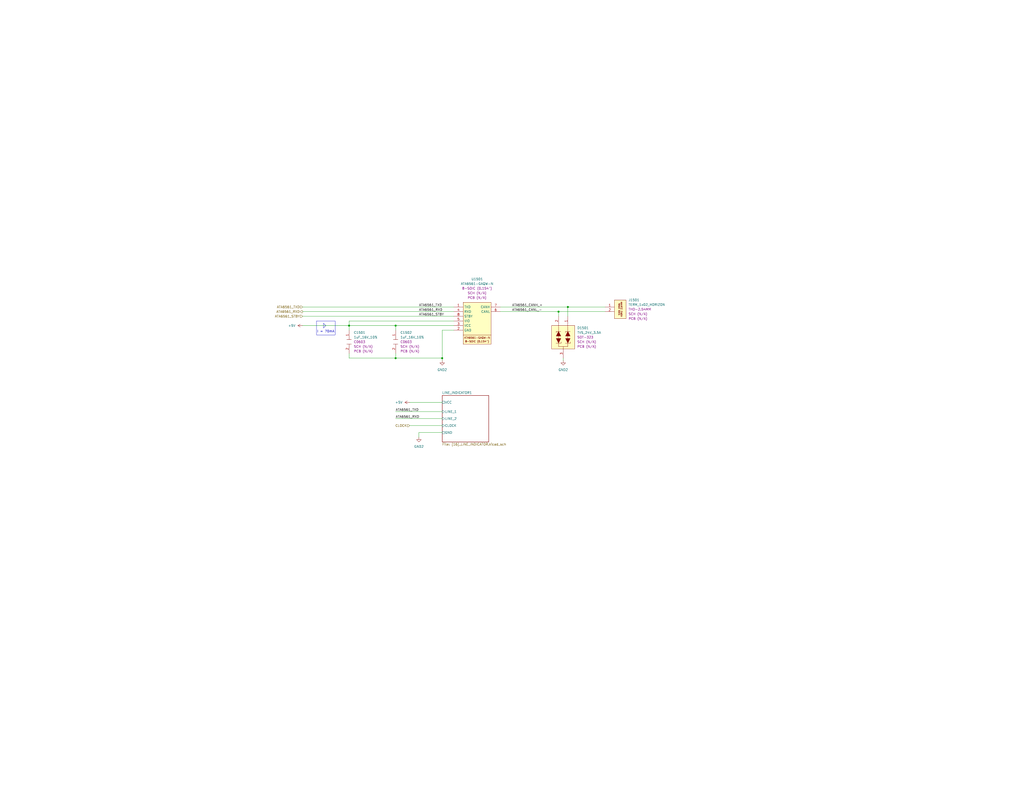
<source format=kicad_sch>
(kicad_sch (version 20231120) (generator "eeschema") (generator_version "8.0")
  (paper "C")
  (title_block (comment 2 "RELEASED"))
  (lib_symbols
    (symbol "_SCHLIB_ESP32-IsoLink:CAP_MLCC_1uF_16V_10%_X7R_C0603" (exclude_from_sim yes)
      (property "Reference" "C" (at 2.794 3.81 0))
      (property "Value" "1uF_16V_10%" (at 2.794 6.096 0))
      (property "Package" "C0603" (at 2.794 11.43 0))
      (property "SCH CHECK" "SCH (N/A)" (at 2.794 16.256 0))
      (property "PCB CHECk" "PCB (N/A)" (at 2.794 19.05 0))
      (symbol "CAP_MLCC_1uF_16V_10%_X7R_C0603_0_1"
        (polyline private (pts (xy 2.54 2.54) (xy 27.94 2.54)))
        (polyline private (pts (xy 2.54 5.08) (xy 27.94 5.08)))
        (polyline private (pts (xy 2.54 7.62) (xy 27.94 7.62)))
        (polyline private (pts (xy 2.54 10.16) (xy 27.94 10.16)))
        (polyline private (pts (xy 2.54 12.7) (xy 27.94 12.7)))
        (polyline private (pts (xy 2.54 15.24) (xy 27.94 15.24)))
        (polyline private (pts (xy 2.54 17.78) (xy 27.94 17.78)))
        (polyline private (pts (xy 2.54 20.32) (xy 27.94 20.32)))
        (polyline private (pts (xy 2.54 22.86) (xy 27.94 22.86)))
        (polyline private (pts (xy 2.54 25.4) (xy 27.94 25.4)))
        (polyline private (pts (xy 2.54 27.94) (xy 27.94 27.94)))
        (polyline private (pts (xy 2.54 30.48) (xy 27.94 30.48)))
        (polyline private (pts (xy 2.54 33.02) (xy 27.94 33.02)))
        (polyline private (pts (xy 2.54 35.56) (xy 27.94 35.56)))
        (polyline private (pts (xy 2.54 38.1) (xy 27.94 38.1)))
        (polyline private (pts (xy 2.54 40.64) (xy 27.94 40.64)))
        (polyline private (pts (xy 2.54 43.18) (xy 27.94 43.18)))
        (polyline private (pts (xy 2.54 45.72) (xy 27.94 45.72)))
        (polyline private (pts (xy 2.54 48.26) (xy 27.94 48.26)))
        (polyline private (pts (xy 2.54 50.8) (xy 27.94 50.8)))
        (polyline (pts (xy 5.08 1.27) (xy 5.08 -1.27)))
        (polyline (pts (xy 7.62 1.27) (xy 7.62 -1.27)))
      )
      (symbol "CAP_MLCC_1uF_16V_10%_X7R_C0603_1_1"
        (pin passive line (at 0 0 0) (length 5.08) (name "") (number "1"))
        (pin passive line (at 12.7 0 180) (length 5.08) (name "") (number "2"))
      )
    )
    (symbol "_SCHLIB_ESP32-IsoLink:CONN_TERM BLK_1x2_150V_6A_HORIZON_THD-2.54MM" (exclude_from_sim yes)
      (property "Reference" "J" (at 2.794 3.81 0))
      (property "Value" "TERM_1x02_HORIZON" (at 2.794 6.096 0))
      (property "Package" "THD-2.54MM" (at 2.794 11.43 0))
      (property "SCH CHECK" "SCH (N/A)" (at 2.794 16.256 0))
      (property "PCB CHECk" "PCB (N/A)" (at 2.794 19.05 0))
      (symbol "CONN_TERM BLK_1x2_150V_6A_HORIZON_THD-2.54MM_0_1"
        (polyline private (pts (xy 2.54 2.54) (xy 27.94 2.54)))
        (polyline private (pts (xy 2.54 5.08) (xy 27.94 5.08)))
        (polyline private (pts (xy 2.54 7.62) (xy 27.94 7.62)))
        (polyline private (pts (xy 2.54 10.16) (xy 27.94 10.16)))
        (polyline private (pts (xy 2.54 12.7) (xy 27.94 12.7)))
        (polyline private (pts (xy 2.54 15.24) (xy 27.94 15.24)))
        (polyline private (pts (xy 2.54 17.78) (xy 27.94 17.78)))
        (polyline private (pts (xy 2.54 20.32) (xy 27.94 20.32)))
        (polyline private (pts (xy 2.54 22.86) (xy 27.94 22.86)))
        (polyline private (pts (xy 2.54 25.4) (xy 27.94 25.4)))
        (polyline private (pts (xy 2.54 27.94) (xy 27.94 27.94)))
        (polyline private (pts (xy 2.54 30.48) (xy 27.94 30.48)))
        (polyline private (pts (xy 2.54 33.02) (xy 27.94 33.02)))
        (polyline private (pts (xy 2.54 35.56) (xy 27.94 35.56)))
        (polyline private (pts (xy 2.54 38.1) (xy 27.94 38.1)))
        (polyline private (pts (xy 2.54 40.64) (xy 27.94 40.64)))
        (polyline private (pts (xy 2.54 43.18) (xy 27.94 43.18)))
        (polyline private (pts (xy 2.54 45.72) (xy 27.94 45.72)))
        (polyline private (pts (xy 2.54 48.26) (xy 27.94 48.26)))
        (polyline private (pts (xy 2.54 50.8) (xy 27.94 50.8)))
      )
      (symbol "CONN_TERM BLK_1x2_150V_6A_HORIZON_THD-2.54MM_1_1"
        (rectangle (start 0 0) (end 6.35 -10.16) (fill (type background)))
        (text "TERM 2POS\nHORIZ 2.54MM" (at 3.302 -5.08 900) (effects (font (size 0.762 0.762))))
        (pin passive line (at -5.08 -3.81 0) (length 5.08) (name "") (number "1"))
        (pin passive line (at -5.08 -6.35 0) (length 5.08) (name "") (number "2"))
      )
    )
    (symbol "_SCHLIB_ESP32-IsoLink:DIODE_TVS_PESD2IVN24-UX_24V_25.5V_3.5A(8/20us)_SOT-323" (exclude_from_sim yes)
      (property "Reference" "D" (at 2.794 3.81 0))
      (property "Value" "TVS_24V_3.5A" (at 2.794 6.096 0))
      (property "Package" "SOT-323" (at 2.794 11.43 0))
      (property "SCH CHECK" "SCH (N/A)" (at 2.794 16.256 0))
      (property "PCB CHECk" "PCB (N/A)" (at 2.794 19.05 0))
      (symbol "DIODE_TVS_PESD2IVN24-UX_24V_25.5V_3.5A(8/20us)_SOT-323_0_1"
        (polyline private (pts (xy 2.54 2.54) (xy 27.94 2.54)))
        (polyline private (pts (xy 2.54 5.08) (xy 27.94 5.08)))
        (polyline private (pts (xy 2.54 7.62) (xy 27.94 7.62)))
        (polyline private (pts (xy 2.54 10.16) (xy 27.94 10.16)))
        (polyline private (pts (xy 2.54 12.7) (xy 27.94 12.7)))
        (polyline private (pts (xy 2.54 15.24) (xy 27.94 15.24)))
        (polyline private (pts (xy 2.54 17.78) (xy 27.94 17.78)))
        (polyline private (pts (xy 2.54 20.32) (xy 27.94 20.32)))
        (polyline private (pts (xy 2.54 22.86) (xy 27.94 22.86)))
        (polyline private (pts (xy 2.54 25.4) (xy 27.94 25.4)))
        (polyline private (pts (xy 2.54 27.94) (xy 27.94 27.94)))
        (polyline private (pts (xy 2.54 30.48) (xy 27.94 30.48)))
        (polyline private (pts (xy 2.54 33.02) (xy 27.94 33.02)))
        (polyline private (pts (xy 2.54 35.56) (xy 27.94 35.56)))
        (polyline private (pts (xy 2.54 38.1) (xy 27.94 38.1)))
        (polyline private (pts (xy 2.54 40.64) (xy 27.94 40.64)))
        (polyline private (pts (xy 2.54 43.18) (xy 27.94 43.18)))
        (polyline private (pts (xy 2.54 45.72) (xy 27.94 45.72)))
        (polyline private (pts (xy 2.54 48.26) (xy 27.94 48.26)))
        (polyline private (pts (xy 2.54 50.8) (xy 27.94 50.8)))
      )
      (symbol "DIODE_TVS_PESD2IVN24-UX_24V_25.5V_3.5A(8/20us)_SOT-323_1_1"
        (polyline (pts (xy 3.175 -8.89) (xy 0 -8.89)))
        (polyline (pts (xy 3.175 -3.81) (xy 0 -3.81)))
        (polyline (pts (xy 5.715 -8.89) (xy 6.985 -8.89)))
        (polyline (pts (xy 5.715 -3.81) (xy 6.985 -3.81)))
        (polyline (pts (xy 11.43 -6.35) (xy 12.7 -6.35)))
        (polyline (pts (xy 3.175 -7.62) (xy 3.175 -10.16) (xy 3.81 -10.16)))
        (polyline (pts (xy 3.175 -2.54) (xy 3.175 -5.08) (xy 3.81 -5.08)))
        (polyline (pts (xy 9.652 -10.287) (xy 9.652 -7.493) (xy 8.89 -7.493)))
        (polyline (pts (xy 9.652 -5.207) (xy 9.652 -2.413) (xy 8.89 -2.413)))
        (polyline (pts (xy 5.715 -10.16) (xy 5.715 -7.62) (xy 3.175 -8.89) (xy 5.715 -10.16)) (fill (type outline)))
        (polyline (pts (xy 5.715 -5.08) (xy 5.715 -2.54) (xy 3.175 -3.81) (xy 5.715 -5.08)) (fill (type outline)))
        (polyline (pts (xy 6.985 -7.62) (xy 6.985 -10.16) (xy 9.525 -8.89) (xy 6.985 -7.62)) (fill (type outline)))
        (polyline (pts (xy 6.985 -2.54) (xy 6.985 -5.08) (xy 9.525 -3.81) (xy 6.985 -2.54)) (fill (type outline)))
        (polyline (pts (xy 9.525 -3.81) (xy 11.43 -3.81) (xy 11.43 -8.89) (xy 9.525 -8.89)))
        (rectangle (start 0 0) (end 12.7 -12.7) (fill (type background)))
        (pin passive line (at -5.08 -3.81 0) (length 5.08) (name "") (number "1"))
        (pin passive line (at -5.08 -8.89 0) (length 5.08) (name "") (number "2"))
        (pin passive line (at 17.78 -6.35 180) (length 5.08) (name "") (number "3"))
      )
    )
    (symbol "_SCHLIB_ESP32-IsoLink:IC_Transceiver_ATA6561-GAQW-N_Half-Duplex_1{colon}1_CANBus_8-SOIC (0.154{dblquote})" (exclude_from_sim yes)
      (property "Reference" "U" (at 2.794 3.81 0))
      (property "Value" "ATA6561-GAQW-N" (at 2.794 6.096 0))
      (property "Package" "8-SOIC (0.154\")" (at 2.794 11.43 0))
      (property "SCH CHECK" "SCH (N/A)" (at 2.794 16.256 0))
      (property "PCB CHECk" "PCB (N/A)" (at 2.794 19.05 0))
      (symbol "IC_Transceiver_ATA6561-GAQW-N_Half-Duplex_1{colon}1_CANBus_8-SOIC (0.154{dblquote})_0_1"
        (polyline private (pts (xy 2.54 2.54) (xy 27.94 2.54)))
        (polyline private (pts (xy 2.54 5.08) (xy 27.94 5.08)))
        (polyline private (pts (xy 2.54 7.62) (xy 27.94 7.62)))
        (polyline private (pts (xy 2.54 10.16) (xy 27.94 10.16)))
        (polyline private (pts (xy 2.54 12.7) (xy 27.94 12.7)))
        (polyline private (pts (xy 2.54 15.24) (xy 27.94 15.24)))
        (polyline private (pts (xy 2.54 17.78) (xy 27.94 17.78)))
        (polyline private (pts (xy 2.54 20.32) (xy 27.94 20.32)))
        (polyline private (pts (xy 2.54 22.86) (xy 27.94 22.86)))
        (polyline private (pts (xy 2.54 25.4) (xy 27.94 25.4)))
        (polyline private (pts (xy 2.54 27.94) (xy 27.94 27.94)))
        (polyline private (pts (xy 2.54 30.48) (xy 27.94 30.48)))
        (polyline private (pts (xy 2.54 33.02) (xy 27.94 33.02)))
        (polyline private (pts (xy 2.54 35.56) (xy 27.94 35.56)))
        (polyline private (pts (xy 2.54 38.1) (xy 27.94 38.1)))
        (polyline private (pts (xy 2.54 40.64) (xy 27.94 40.64)))
        (polyline private (pts (xy 2.54 43.18) (xy 27.94 43.18)))
        (polyline private (pts (xy 2.54 45.72) (xy 27.94 45.72)))
        (polyline private (pts (xy 2.54 48.26) (xy 27.94 48.26)))
        (polyline private (pts (xy 2.54 50.8) (xy 27.94 50.8)))
      )
      (symbol "IC_Transceiver_ATA6561-GAQW-N_Half-Duplex_1{colon}1_CANBus_8-SOIC (0.154{dblquote})_1_1"
        (polyline (pts (xy 0 -17.78) (xy 15.24 -17.78)))
        (rectangle (start 0 0) (end 15.24 -22.86) (fill (type background)))
        (text "8-SOIC (0.154\")" (at 7.62 -21.336 0) (effects (font (size 1.016 1.016))))
        (text "ATA6561-GAQW-N" (at 7.62 -19.304 0) (effects (font (size 1.016 1.016))))
        (pin passive line (at -5.08 -2.54 0) (length 5.08) (name "TXD") (number "1"))
        (pin passive line (at -5.08 -15.24 0) (length 5.08) (name "GND") (number "2"))
        (pin passive line (at -5.08 -12.7 0) (length 5.08) (name "VCC") (number "3"))
        (pin passive line (at -5.08 -5.08 0) (length 5.08) (name "RXD") (number "4"))
        (pin passive line (at -5.08 -10.16 0) (length 5.08) (name "VIO") (number "5"))
        (pin passive line (at 20.32 -5.08 180) (length 5.08) (name "CANL") (number "6"))
        (pin passive line (at 20.32 -2.54 180) (length 5.08) (name "CANH") (number "7"))
        (pin passive line (at -5.08 -7.62 0) (length 5.08) (name "STBY") (number "8"))
      )
    )
    (symbol "power:+5V" (power) (pin_numbers hide) (pin_names (offset 0) hide)
      (property "Value" "+5V" (at 0 3.556 0))
      (symbol "+5V_0_1"
        (polyline (pts (xy -0.762 1.27) (xy 0 2.54)))
        (polyline (pts (xy 0 0) (xy 0 2.54)))
        (polyline (pts (xy 0 2.54) (xy 0.762 1.27)))
      )
      (symbol "+5V_1_1"
        (pin power_in line (at 0 0 90) (length 0) (name "~") (number "1"))
      )
    )
    (symbol "power:GND2" (power) (pin_numbers hide) (pin_names (offset 0) hide)
      (property "Value" "GND2" (at 0 -3.81 0))
      (symbol "GND2_0_1"
        (polyline (pts (xy 0 0) (xy 0 -1.27) (xy 1.27 -1.27) (xy 0 -2.54) (xy -1.27 -1.27) (xy 0 -1.27)))
      )
      (symbol "GND2_1_1"
        (pin power_in line (at 0 0 270) (length 0) (name "~") (number "1"))
      )
    )
  )
  (junction (at 309.88 167.64))
  (junction (at 304.8 170.18))
  (junction (at 190.5 177.8))
  (junction (at 241.3 195.58))
  (junction (at 215.9 177.8))
  (junction (at 215.9 195.58))
  (wire (pts (xy 309.88 167.64) (xy 273.05 167.64)))
  (wire (pts (xy 215.9 177.8) (xy 215.9 180.34)))
  (wire (pts (xy 307.34 196.85) (xy 307.34 195.58)))
  (wire (pts (xy 304.8 170.18) (xy 304.8 172.72)))
  (wire (pts (xy 223.52 232.41) (xy 241.3 232.41)))
  (wire (pts (xy 190.5 195.58) (xy 215.9 195.58)))
  (wire (pts (xy 165.1 177.8) (xy 190.5 177.8)))
  (wire (pts (xy 241.3 195.58) (xy 241.3 196.85)))
  (wire (pts (xy 223.52 219.71) (xy 241.3 219.71)))
  (wire (pts (xy 241.3 180.34) (xy 247.65 180.34)))
  (wire (pts (xy 190.5 175.26) (xy 190.5 177.8)))
  (wire (pts (xy 165.1 172.72) (xy 247.65 172.72)))
  (wire (pts (xy 228.6 236.22) (xy 241.3 236.22)))
  (wire (pts (xy 247.65 175.26) (xy 190.5 175.26)))
  (polyline (pts (xy 176.53 179.07) (xy 177.8 177.8)))
  (wire (pts (xy 309.88 167.64) (xy 309.88 172.72)))
  (wire (pts (xy 190.5 177.8) (xy 215.9 177.8)))
  (wire (pts (xy 330.2 167.64) (xy 309.88 167.64)))
  (wire (pts (xy 215.9 224.79) (xy 241.3 224.79)))
  (wire (pts (xy 165.1 170.18) (xy 247.65 170.18)))
  (wire (pts (xy 228.6 238.76) (xy 228.6 236.22)))
  (wire (pts (xy 190.5 193.04) (xy 190.5 195.58)))
  (wire (pts (xy 304.8 170.18) (xy 273.05 170.18)))
  (wire (pts (xy 215.9 228.6) (xy 241.3 228.6)))
  (wire (pts (xy 215.9 193.04) (xy 215.9 195.58)))
  (wire (pts (xy 165.1 167.64) (xy 247.65 167.64)))
  (wire (pts (xy 215.9 195.58) (xy 241.3 195.58)))
  (wire (pts (xy 215.9 177.8) (xy 247.65 177.8)))
  (polyline (pts (xy 177.8 177.8) (xy 176.53 176.53)))
  (wire (pts (xy 190.5 177.8) (xy 190.5 180.34)))
  (polyline (pts (xy 176.53 179.07) (xy 176.53 176.53)))
  (wire (pts (xy 330.2 170.18) (xy 304.8 170.18)))
  (wire (pts (xy 241.3 180.34) (xy 241.3 195.58)))
  (rectangle (start 172.72 175.26) (end 182.88 182.88))
  (text "I = 70mA" (at 177.8 181.102 0) (effects (font (size 1.27 1.27))))
  (label "ATA6561_CANL_-" (at 279.4 170.18 0))
  (label "ATA6561_RXD" (at 228.6 170.18 0))
  (label "ATA6561_STBY" (at 228.6 172.72 0))
  (label "ATA6561_TXD" (at 228.6 167.64 0))
  (label "ATA6561_TXD" (at 215.9 224.79 0))
  (label "ATA6561_RXD" (at 215.9 228.6 0))
  (label "ATA6561_CANH_+" (at 279.4 167.64 0))
  (hierarchical_label "ATA6561_STBY" (shape input) (at 165.1 172.72 180))
  (hierarchical_label "CLOCK" (shape input) (at 223.52 232.41 180))
  (hierarchical_label "ATA6561_RXD" (shape output) (at 165.1 170.18 180))
  (hierarchical_label "ATA6561_TXD" (shape input) (at 165.1 167.64 180))
  (symbol (lib_id "_SCHLIB_ESP32-IsoLink:IC_Transceiver_ATA6561-GAQW-N_Half-Duplex_1{colon}1_CANBus_8-SOIC (0.154{dblquote})") (at 252.73 165.1 0) (unit 1) (exclude_from_sim yes)
    (property "Reference" "U1501" (at 260.35 152.4 0))
    (property "Value" "ATA6561-GAQW-N" (at 260.35 154.94 0))
    (property "Footprint" "_PCBLIB_ESP32-IsoLink:SOIC-8_3.9x4.9mm_P1.27mm" (effects (hide yes)))
    (property "Datasheet" "https://ww1.microchip.com/downloads/en/DeviceDoc/20005991B.pdf" (effects (hide yes)))
    (property "Description" "1/1 Transceiver CANbus 8-SOIC (0.154\")" (effects (hide yes)))
    (property "Package" "8-SOIC (0.154\")" (at 260.35 157.48 0))
    (property "Manufacturer 1" "Microchip Technology" (effects (hide yes)))
    (property "MPN 1" "ATA6561-GAQW-N" (effects (hide yes)))
    (property "Vendor 1 Part# - TR" "ATA6561-GAQW-NTR-ND" (effects (hide yes)))
    (property "Vendor 1 Part# - CT" "ATA6561-GAQW-NCT-ND" (effects (hide yes)))
    (property "Vendor 1" "Digikey" (effects (hide yes)))
    (property "Purchase Link 1" "https://www.digikey.ca/en/products/detail/microchip-technology/ATA6561-GAQW-N/9453105?s=N4IgTCBcDaIIIBU4DYCsyCMBaA4nAigOpYByCASqQCIgC6AvkA" (effects (hide yes)))
    (property "Manufacturer 2" "Microchip Tech" (effects (hide yes)))
    (property "MPN 2" "ATA6561-GAQW-N" (effects (hide yes)))
    (property "Vendor 2 Part# - TR" "C616016" (effects (hide yes)))
    (property "Vendor 2 Part# - CT" "C616016" (effects (hide yes)))
    (property "Vendor 2" "LCSC Electronics" (effects (hide yes)))
    (property "Purchase Link 2" "https://www.lcsc.com/product-detail/CAN-Transceivers_Microchip-Tech-ATA6561-GAQW-N_C616016.html?s_z=n_ATA6561-GAQW-N" (effects (hide yes)))
    (property "SCH CHECK" "SCH (N/A)" (at 260.35 160.02 0))
    (property "PCB CHECk" "PCB (N/A)" (at 260.35 162.56 0))
  )
  (symbol (lib_id "power:GND2") (at 241.3 196.85 0) (unit 1)
    (property "Reference" "#PWR01504" (effects (hide yes)))
    (property "Value" "GND2" (at 241.3 201.93 0))
    (property "Description" "Power symbol creates a global label with name \"GND2\" , ground" (effects (hide yes)))
  )
  (symbol (lib_id "_SCHLIB_ESP32-IsoLink:CAP_MLCC_1uF_16V_10%_X7R_C0603") (at 190.5 180.34 270) (unit 1) (exclude_from_sim yes)
    (property "Reference" "C1501" (at 193.04 181.6099 90) (effects (justify left)))
    (property "Value" "1uF_16V_10%" (at 193.04 184.1499 90) (effects (justify left)))
    (property "Footprint" "_PCBLIB_ESP32-IsoLink:C_0603_1608Metric" (effects (hide yes)))
    (property "Datasheet" "https://weblib.samsungsem.com/mlcc/mlcc-ec-data-sheet.do?partNumber=CL10B105KO8NNN" (effects (hide yes)))
    (property "Description" "1 µF ±10% 16V Ceramic Capacitor X7R 0603 (1608 Metric)" (effects (hide yes)))
    (property "Package" "C0603" (at 193.04 186.6899 90) (effects (justify left)))
    (property "Manufacturer 1" "Samsung Electro-Mechanics" (effects (hide yes)))
    (property "MPN 1" "CL10B105KO8NNNC" (effects (hide yes)))
    (property "Vendor 1 Part# - TR" "1276-1019-2-ND" (effects (hide yes)))
    (property "Vendor 1 Part# - CT" "1276-1019-1-ND" (effects (hide yes)))
    (property "Vendor 1" "Digikey" (effects (hide yes)))
    (property "Purchase Link 1" "https://www.digikey.ca/en/products/detail/samsung-electro-mechanics/CL10B105KO8NNNC/3886677" (effects (hide yes)))
    (property "Manufacturer 2" "Samsung Electro-Mechanics" (effects (hide yes)))
    (property "MPN 2" "CL10B105KO8NNNC" (effects (hide yes)))
    (property "Vendor 2 Part# - TR" "CL10B105KO8NNNC" (effects (hide yes)))
    (property "Vendor 2 Part# - CT" "CL10B105KO8NNNC" (effects (hide yes)))
    (property "Vendor 2" "LCSC Electronics" (effects (hide yes)))
    (property "Purchase Link 2" "https://www.lcsc.com/product-detail/Multilayer-Ceramic-Capacitors-MLCC-SMD-SMT_Samsung-Electro-Mechanics-CL10B105KO8NNNC_C59782.html?s_z=n_CL10B105KO8NNNC" (effects (hide yes)))
    (property "SCH CHECK" "SCH (N/A)" (at 193.04 189.2299 90) (effects (justify left)))
    (property "PCB CHECk" "PCB (N/A)" (at 193.04 191.7699 90) (effects (justify left)))
  )
  (symbol (lib_id "_SCHLIB_ESP32-IsoLink:DIODE_TVS_PESD2IVN24-UX_24V_25.5V_3.5A(8/20us)_SOT-323") (at 313.69 177.8 270) (unit 1) (exclude_from_sim yes)
    (property "Reference" "D1501" (at 314.96 179.0699 90) (effects (justify left)))
    (property "Value" "TVS_24V_3.5A" (at 314.96 181.6099 90) (effects (justify left)))
    (property "Footprint" "_PCBLIB_ESP32-IsoLink:SOT-323_SC-70" (effects (hide yes)))
    (property "Datasheet" "https://assets.nexperia.com/documents/data-sheet/PESD2IVN24-U.pdf" (effects (hide yes)))
    (property "Description" "42V Clamp 3.5A (8/20µs) Ipp Tvs Diode Surface Mount SOT-323" (effects (hide yes)))
    (property "Package" "SOT-323" (at 314.96 184.1499 90) (effects (justify left)))
    (property "Manufacturer 1" "Nexperia USA Inc." (effects (hide yes)))
    (property "MPN 1" "PESD2IVN24-UX" (effects (hide yes)))
    (property "Vendor 1 Part# - TR" "1727-7665-2-ND" (effects (hide yes)))
    (property "Vendor 1 Part# - CT" "1727-7665-1-ND" (effects (hide yes)))
    (property "Vendor 1" "Digikey" (effects (hide yes)))
    (property "Purchase Link 1" "https://www.digikey.ca/en/products/detail/nexperia-usa-inc/PESD2IVN24-UX/8540781" (effects (hide yes)))
    (property "Manufacturer 2" "Nexperia" (effects (hide yes)))
    (property "MPN 2" "PESD2IVN24-UX" (effects (hide yes)))
    (property "Vendor 2 Part# - TR" "C552496" (effects (hide yes)))
    (property "Vendor 2 Part# - CT" "C552496" (effects (hide yes)))
    (property "Vendor 2" "LCSC Electronics" (effects (hide yes)))
    (property "Purchase Link 2" "https://www.lcsc.com/product-detail/ESD-and-Surge-Protection-TVS-ESD_Nexperia-PESD2IVN24-UX_C552496.html?s_z=n_PESD2IVN24-UX" (effects (hide yes)))
    (property "SCH CHECK" "SCH (N/A)" (at 314.96 186.6899 90) (effects (justify left)))
    (property "PCB CHECk" "PCB (N/A)" (at 314.96 189.2299 90) (effects (justify left)))
  )
  (symbol (lib_id "_SCHLIB_ESP32-IsoLink:CAP_MLCC_1uF_16V_10%_X7R_C0603") (at 215.9 180.34 270) (unit 1) (exclude_from_sim yes)
    (property "Reference" "C1502" (at 218.44 181.6099 90) (effects (justify left)))
    (property "Value" "1uF_16V_10%" (at 218.44 184.1499 90) (effects (justify left)))
    (property "Footprint" "_PCBLIB_ESP32-IsoLink:C_0603_1608Metric" (effects (hide yes)))
    (property "Datasheet" "https://weblib.samsungsem.com/mlcc/mlcc-ec-data-sheet.do?partNumber=CL10B105KO8NNN" (effects (hide yes)))
    (property "Description" "1 µF ±10% 16V Ceramic Capacitor X7R 0603 (1608 Metric)" (effects (hide yes)))
    (property "Package" "C0603" (at 218.44 186.6899 90) (effects (justify left)))
    (property "Manufacturer 1" "Samsung Electro-Mechanics" (effects (hide yes)))
    (property "MPN 1" "CL10B105KO8NNNC" (effects (hide yes)))
    (property "Vendor 1 Part# - TR" "1276-1019-2-ND" (effects (hide yes)))
    (property "Vendor 1 Part# - CT" "1276-1019-1-ND" (effects (hide yes)))
    (property "Vendor 1" "Digikey" (effects (hide yes)))
    (property "Purchase Link 1" "https://www.digikey.ca/en/products/detail/samsung-electro-mechanics/CL10B105KO8NNNC/3886677" (effects (hide yes)))
    (property "Manufacturer 2" "Samsung Electro-Mechanics" (effects (hide yes)))
    (property "MPN 2" "CL10B105KO8NNNC" (effects (hide yes)))
    (property "Vendor 2 Part# - TR" "CL10B105KO8NNNC" (effects (hide yes)))
    (property "Vendor 2 Part# - CT" "CL10B105KO8NNNC" (effects (hide yes)))
    (property "Vendor 2" "LCSC Electronics" (effects (hide yes)))
    (property "Purchase Link 2" "https://www.lcsc.com/product-detail/Multilayer-Ceramic-Capacitors-MLCC-SMD-SMT_Samsung-Electro-Mechanics-CL10B105KO8NNNC_C59782.html?s_z=n_CL10B105KO8NNNC" (effects (hide yes)))
    (property "SCH CHECK" "SCH (N/A)" (at 218.44 189.2299 90) (effects (justify left)))
    (property "PCB CHECk" "PCB (N/A)" (at 218.44 191.7699 90) (effects (justify left)))
  )
  (symbol (lib_id "power:+5V") (at 223.52 219.71 90) (unit 1)
    (property "Reference" "#PWR01502" (effects (hide yes)))
    (property "Value" "+5V" (at 219.71 219.7099 90) (effects (justify left)))
    (property "Description" "Power symbol creates a global label with name \"+5V\"" (effects (hide yes)))
  )
  (symbol (lib_id "power:GND2") (at 228.6 238.76 0) (unit 1)
    (property "Reference" "#PWR01503" (effects (hide yes)))
    (property "Value" "GND2" (at 228.6 243.84 0))
    (property "Description" "Power symbol creates a global label with name \"GND2\" , ground" (effects (hide yes)))
  )
  (symbol (lib_id "power:GND2") (at 307.34 196.85 0) (unit 1)
    (property "Reference" "#PWR01505" (effects (hide yes)))
    (property "Value" "GND2" (at 307.34 201.93 0))
    (property "Description" "Power symbol creates a global label with name \"GND2\" , ground" (effects (hide yes)))
  )
  (symbol (lib_id "_SCHLIB_ESP32-IsoLink:CONN_TERM BLK_1x2_150V_6A_HORIZON_THD-2.54MM") (at 335.28 163.83 0) (unit 1) (exclude_from_sim yes)
    (property "Reference" "J1501" (at 342.9 163.8299 0) (effects (justify left)))
    (property "Value" "TERM_1x02_HORIZON" (at 342.9 166.3699 0) (effects (justify left)))
    (property "Footprint" "_PCBLIB_ESP32-IsoLink:TerminalBlock-2.54-2P_1x02_P2.54mm_Horizontal" (effects (hide yes)))
    (property "Datasheet" "https://www.we-online.com/katalog/datasheet/6912109100xx.pdf" (effects (hide yes)))
    (property "Description" "2 Position Wire to Board Terminal Block Horizontal with Board 0.100\" (2.54mm) Through Hole" (effects (hide yes)))
    (property "Package" "THD-2.54MM" (at 342.9 168.9099 0) (effects (justify left)))
    (property "Manufacturer 1" "Würth Elektronik" (effects (hide yes)))
    (property "MPN 1" "691210910002" (effects (hide yes)))
    (property "Vendor 1 Part# - TR" "732-691210910002-ND" (effects (hide yes)))
    (property "Vendor 1 Part# - CT" "732-691210910002-ND" (effects (hide yes)))
    (property "Vendor 1" "Digikey" (effects (hide yes)))
    (property "Purchase Link 1" "https://www.digikey.ca/en/products/detail/w%C3%BCrth-elektronik/691210910002/10668428" (effects (hide yes)))
    (property "Manufacturer 2" "MAX" (effects (hide yes)))
    (property "MPN 2" "MX128-2.54-02P-GN01-Cu-Y-A" (effects (hide yes)))
    (property "Vendor 2 Part# - TR" "C5188442" (effects (hide yes)))
    (property "Vendor 2 Part# - CT" "C5188442" (effects (hide yes)))
    (property "Vendor 2" "LCSC Electronics" (effects (hide yes)))
    (property "Purchase Link 2" "https://www.lcsc.com/product-detail/Screw-Terminal-Blocks_MAX-MX128-2-54-02P-GN01-Cu-Y-A_C5188442.html?s_z=n_2.54mm" (effects (hide yes)))
    (property "SCH CHECK" "SCH (N/A)" (at 342.9 171.4499 0) (effects (justify left)))
    (property "PCB CHECk" "PCB (N/A)" (at 342.9 173.9899 0) (effects (justify left)))
  )
  (symbol (lib_id "power:+5V") (at 165.1 177.8 90) (unit 1)
    (property "Reference" "#PWR01501" (effects (hide yes)))
    (property "Value" "+5V" (at 161.29 177.7999 90) (effects (justify left)))
    (property "Description" "Power symbol creates a global label with name \"+5V\"" (effects (hide yes)))
  )
  (sheet (at 241.3 215.9) (size 25.4 25.4) (stroke (width 0.1524))
    (property "Sheetname" "LINE_INDICATOR1" (at 241.3 215.1884 0) (effects (justify left bottom)))
    (property "Sheetfile" "[16]_LINE_INDICATOR.kicad_sch" (at 241.3 241.8846 0) (effects (justify left top)))
    (pin "LINE_2" input (at 241.3 228.6 180))
    (pin "GND" passive (at 241.3 236.22 180))
    (pin "VCC" passive (at 241.3 219.71 180))
    (pin "LINE_1" input (at 241.3 224.79 180))
    (pin "CLOCK" input (at 241.3 232.41 180))
  )
)
</source>
